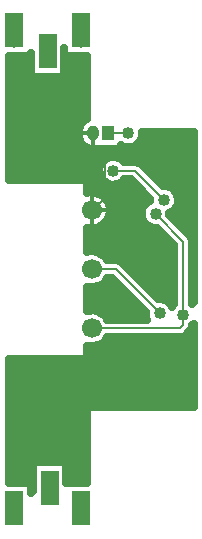
<source format=gbr>
G04 DipTrace 2.4.0.2*
%INBottom.gbr*%
%MOIN*%
%ADD14C,0.006*%
%ADD15C,0.025*%
%ADD16C,0.013*%
%ADD19R,0.0591X0.1181*%
%ADD20C,0.0669*%
%ADD24R,0.0394X0.0512*%
%ADD25O,0.0394X0.0512*%
%ADD26C,0.04*%
%FSLAX44Y44*%
G04*
G70*
G90*
G75*
G01*
%LNBottom*%
%LPD*%
X7100Y10505D2*
D14*
X10026D1*
X10147Y10625D1*
Y10965D1*
Y13398D1*
X9223Y14322D1*
X7128Y17004D2*
Y16574D1*
X7525Y16177D1*
X9601D1*
X10128Y16704D1*
X7100Y14442D2*
X7525Y14867D1*
Y16177D1*
X9356Y11016D2*
X7899Y12473D1*
X7100D1*
X9513Y14782D2*
X8531Y15764D1*
X7817D1*
X7628Y17004D2*
X8317D1*
D26*
X4503Y20067D3*
X5628Y19379D3*
X6753Y20067D3*
X4503Y4690D3*
X5690Y5378D3*
X6815Y4753D3*
X9223Y14322D3*
X10147Y10965D3*
X10128Y16704D3*
X9356Y11016D3*
X8317Y17004D3*
X7817Y15764D3*
X9513Y14782D3*
X4350Y19376D2*
D15*
X5044D1*
X6211D2*
X6907D1*
X4350Y19127D2*
X5044D1*
X6211D2*
X6907D1*
X4350Y18879D2*
X6907D1*
X4350Y18630D2*
X6907D1*
X4350Y18381D2*
X6907D1*
X4350Y18133D2*
X6907D1*
X4350Y17884D2*
X6907D1*
X4350Y17635D2*
X6907D1*
X4350Y17387D2*
X6775D1*
X4350Y17138D2*
X6646D1*
X4350Y16889D2*
X6646D1*
X8793D2*
X10470D1*
X4350Y16641D2*
X6755D1*
X8633D2*
X10470D1*
X4350Y16392D2*
X10470D1*
X4350Y16143D2*
X7525D1*
X8110D2*
X10470D1*
X4350Y15895D2*
X7345D1*
X8844D2*
X10470D1*
X4350Y15646D2*
X7341D1*
X9090D2*
X10470D1*
X6977Y15397D2*
X7505D1*
X8129D2*
X8454D1*
X9340D2*
X10470D1*
X6977Y15148D2*
X8704D1*
X9825D2*
X10470D1*
X7512Y14900D2*
X8954D1*
X9989D2*
X10470D1*
X7688Y14651D2*
X8868D1*
X9985D2*
X10470D1*
X7723Y14402D2*
X8739D1*
X9805D2*
X10470D1*
X7653Y14154D2*
X8763D1*
X9832D2*
X10470D1*
X7391Y13905D2*
X8993D1*
X10082D2*
X10470D1*
X6977Y13656D2*
X9446D1*
X10329D2*
X10470D1*
X6977Y13408D2*
X9696D1*
X6977Y13159D2*
X9825D1*
X7536Y12910D2*
X9825D1*
X8153Y12662D2*
X9825D1*
X8403Y12413D2*
X9825D1*
X7637Y12164D2*
X7763D1*
X8649D2*
X9825D1*
X7344Y11916D2*
X8017D1*
X8899D2*
X9825D1*
X6977Y11667D2*
X8263D1*
X9149D2*
X9825D1*
X6977Y11418D2*
X8513D1*
X9614D2*
X9825D1*
X6977Y11169D2*
X8763D1*
X7555Y10921D2*
X8876D1*
X10387Y10423D2*
X10467D1*
X7625Y10175D2*
X10470D1*
X7282Y9926D2*
X10470D1*
X6977Y9677D2*
X10470D1*
X4350Y9429D2*
X10470D1*
X4350Y9180D2*
X10470D1*
X4350Y8931D2*
X10470D1*
X4350Y8683D2*
X10470D1*
X4350Y8434D2*
X10470D1*
X4350Y8185D2*
X10470D1*
X4350Y7937D2*
X10470D1*
X4350Y7688D2*
X6907D1*
X4350Y7439D2*
X6907D1*
X4350Y7190D2*
X6907D1*
X4350Y6942D2*
X6907D1*
X4350Y6693D2*
X6907D1*
X4350Y6444D2*
X6907D1*
X4350Y6196D2*
X6907D1*
X4350Y5947D2*
X5107D1*
X6274D2*
X6907D1*
X4350Y5698D2*
X5107D1*
X6274D2*
X6907D1*
X4350Y5450D2*
X5107D1*
X6274D2*
X6907D1*
X7619Y10211D2*
X7586Y10154D1*
X7503Y10061D1*
X7403Y9987D1*
X7289Y9936D1*
X7167Y9909D1*
X7042Y9908D1*
X6947Y9928D1*
X6950Y9618D1*
X6889Y9513D1*
X6825Y9493D1*
X4325D1*
Y5357D1*
X5063Y5358D1*
Y5011D1*
X5130Y5085D1*
Y6046D1*
X6251D1*
Y5354D1*
X6818Y5358D1*
X6931D1*
Y7763D1*
X6992Y7868D1*
X7056Y7888D1*
X10494D1*
Y10657D1*
X10440Y10609D1*
X10425Y10527D1*
X10355Y10417D1*
X10235Y10296D1*
X10141Y10233D1*
X10026Y10210D1*
X7624D1*
X6953Y11083D2*
X7025Y11100D1*
X7150Y11102D1*
X7272Y11079D1*
X7388Y11031D1*
X7490Y10960D1*
X7576Y10870D1*
X7619Y10800D1*
X8948D1*
X8899Y10931D1*
X8894Y11059D1*
X7774Y12178D1*
X7622D1*
X7586Y12122D1*
X7503Y12029D1*
X7403Y11956D1*
X7289Y11904D1*
X7167Y11878D1*
X7042Y11877D1*
X6947Y11896D1*
X6950Y11201D1*
Y11088D1*
X6953Y13051D2*
X7025Y13068D1*
X7150Y13071D1*
X7272Y13048D1*
X7388Y13000D1*
X7490Y12929D1*
X7576Y12838D1*
X7619Y12768D1*
X7899D1*
X8023Y12740D1*
X8108Y12682D1*
X9309Y11481D1*
X9415Y11477D1*
X9536Y11445D1*
X9643Y11382D1*
X9730Y11293D1*
X9766Y11228D1*
X9852Y11324D1*
X9850Y13278D1*
X9267Y13860D1*
X9203Y13857D1*
X9080Y13879D1*
X8968Y13933D1*
X8874Y14014D1*
X8805Y14118D1*
X8766Y14236D1*
X8760Y14361D1*
X8787Y14483D1*
X8845Y14593D1*
X8931Y14683D1*
X9048Y14751D1*
X9051Y14825D1*
X8406Y15469D1*
X8176D1*
X8139Y15428D1*
X8038Y15355D1*
X7921Y15311D1*
X7797Y15299D1*
X7675Y15321D1*
X7562Y15375D1*
X7468Y15457D1*
X7399Y15560D1*
X7360Y15679D1*
X7354Y15803D1*
X7381Y15925D1*
X7439Y16035D1*
X7525Y16126D1*
X7631Y16190D1*
X7751Y16224D1*
X7876Y16225D1*
X7996Y16193D1*
X8104Y16130D1*
X8172Y16060D1*
X8531Y16059D1*
X8655Y16031D1*
X8740Y15973D1*
X9466Y15246D1*
X9572Y15243D1*
X9692Y15211D1*
X9800Y15148D1*
X9887Y15058D1*
X9947Y14949D1*
X9978Y14782D1*
X9961Y14658D1*
X9912Y14544D1*
X9835Y14446D1*
X9734Y14373D1*
X9687Y14355D1*
X9682Y14279D1*
X10355Y13606D1*
X10423Y13498D1*
X10442Y13398D1*
Y11324D1*
X10494Y11388D1*
Y17057D1*
X8779D1*
X8782Y17004D1*
X8765Y16880D1*
X8717Y16766D1*
X8639Y16668D1*
X8538Y16595D1*
X8422Y16551D1*
X8298Y16540D1*
X8175Y16561D1*
X8087Y16603D1*
X8090Y16483D1*
X7166Y16487D1*
X7078Y16486D1*
X6981Y16507D1*
X6890Y16549D1*
X6811Y16609D1*
X6746Y16685D1*
X6699Y16773D1*
X6672Y16870D1*
X6666Y16995D1*
X6672Y17137D1*
X6699Y17233D1*
X6745Y17322D1*
X6810Y17398D1*
X6889Y17458D1*
X6931Y17481D1*
Y19584D1*
X6193Y19586D1*
X6188Y19860D1*
Y18899D1*
X5068D1*
X5063Y19672D1*
Y19586D1*
X4325D1*
Y15451D1*
X6825D1*
X6931Y15390D1*
X6950Y15326D1*
X6951Y15023D1*
X7075Y15041D1*
X7199Y15033D1*
X7320Y15000D1*
X7430Y14942D1*
X7527Y14863D1*
X7605Y14766D1*
X7661Y14654D1*
X7693Y14534D1*
X7699Y14417D1*
X7681Y14294D1*
X7638Y14176D1*
X7571Y14071D1*
X7484Y13982D1*
X7381Y13912D1*
X7265Y13865D1*
X7142Y13844D1*
X7017Y13848D1*
X6951Y13861D1*
X6950Y13057D1*
X7100Y15041D2*
D16*
Y13843D1*
Y14442D2*
X7699D1*
X7128Y17004D2*
Y16484D1*
X6667Y17004D2*
X7128D1*
D19*
X4503Y4503D3*
X5690Y5190D3*
X6753Y4503D3*
X4503Y20442D3*
X5628Y19754D3*
X6753Y20442D3*
D20*
X7100Y10505D3*
Y12473D3*
Y14442D3*
D24*
X7628Y17004D3*
D25*
X7128D3*
M02*

</source>
